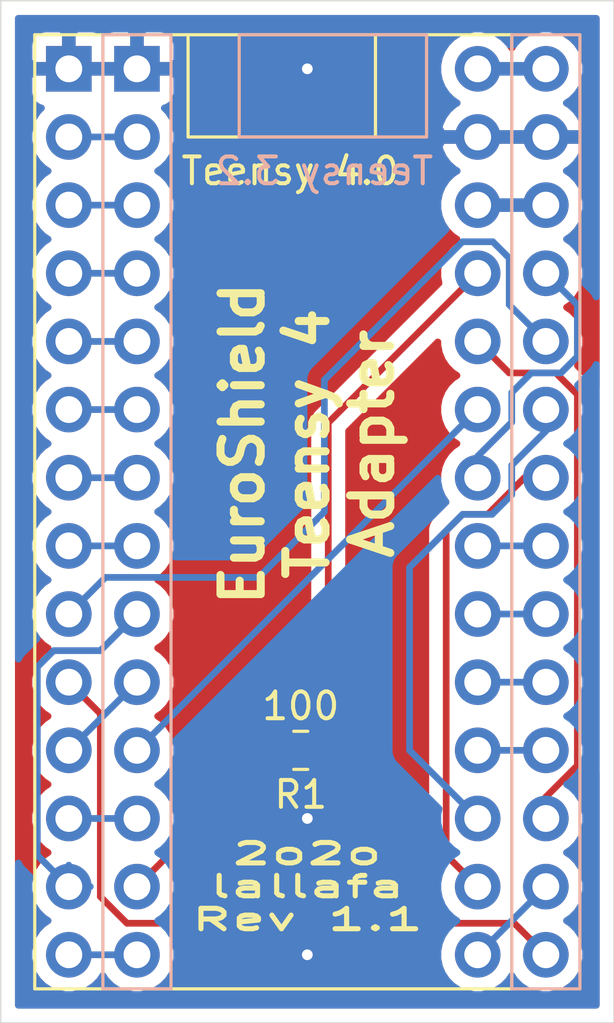
<source format=kicad_pcb>
(kicad_pcb (version 20171130) (host pcbnew "(5.1.5-0-10_14)")

  (general
    (thickness 1.6)
    (drawings 27)
    (tracks 74)
    (zones 0)
    (modules 5)
    (nets 29)
  )

  (page A4)
  (layers
    (0 F.Cu signal)
    (31 B.Cu signal)
    (32 B.Adhes user)
    (33 F.Adhes user)
    (34 B.Paste user)
    (35 F.Paste user)
    (36 B.SilkS user)
    (37 F.SilkS user)
    (38 B.Mask user)
    (39 F.Mask user)
    (40 Dwgs.User user)
    (41 Cmts.User user)
    (42 Eco1.User user)
    (43 Eco2.User user)
    (44 Edge.Cuts user)
    (45 Margin user)
    (46 B.CrtYd user hide)
    (47 F.CrtYd user hide)
    (48 B.Fab user hide)
    (49 F.Fab user hide)
  )

  (setup
    (last_trace_width 0.25)
    (trace_clearance 0.2)
    (zone_clearance 0.508)
    (zone_45_only no)
    (trace_min 0.2)
    (via_size 0.8)
    (via_drill 0.4)
    (via_min_size 0.4)
    (via_min_drill 0.3)
    (uvia_size 0.3)
    (uvia_drill 0.1)
    (uvias_allowed no)
    (uvia_min_size 0.2)
    (uvia_min_drill 0.1)
    (edge_width 0.05)
    (segment_width 0.2)
    (pcb_text_width 0.3)
    (pcb_text_size 1.5 1.5)
    (mod_edge_width 0.12)
    (mod_text_size 1 1)
    (mod_text_width 0.15)
    (pad_size 1.15 1.4)
    (pad_drill 0)
    (pad_to_mask_clearance 0.051)
    (solder_mask_min_width 0.25)
    (aux_axis_origin 0 0)
    (visible_elements FFFFFF7F)
    (pcbplotparams
      (layerselection 0x010fc_ffffffff)
      (usegerberextensions false)
      (usegerberattributes false)
      (usegerberadvancedattributes false)
      (creategerberjobfile false)
      (excludeedgelayer true)
      (linewidth 0.100000)
      (plotframeref false)
      (viasonmask false)
      (mode 1)
      (useauxorigin false)
      (hpglpennumber 1)
      (hpglpenspeed 20)
      (hpglpendiameter 15.000000)
      (psnegative false)
      (psa4output false)
      (plotreference true)
      (plotvalue true)
      (plotinvisibletext false)
      (padsonsilk false)
      (subtractmaskfromsilk false)
      (outputformat 1)
      (mirror false)
      (drillshape 0)
      (scaleselection 1)
      (outputdirectory "gerber/"))
  )

  (net 0 "")
  (net 1 /MISO)
  (net 2 /MCLK)
  (net 3 /CS)
  (net 4 /BCLK)
  (net 5 /DSP_RST)
  (net 6 /MOSI)
  (net 7 /LED4)
  (net 8 /LED3)
  (net 9 /LED2)
  (net 10 /LED1)
  (net 11 /BUTTON)
  (net 12 /MIDI_OUT)
  (net 13 /MIDI_IN)
  (net 14 /DOUT)
  (net 15 /SCK)
  (net 16 /DSP_C_S)
  (net 17 /ENC_B)
  (net 18 /ENC_A)
  (net 19 /SDA)
  (net 20 /SCL)
  (net 21 /UP_POT)
  (net 22 /LO_POT)
  (net 23 /DIN)
  (net 24 /LRCLK)
  (net 25 /3.3V)
  (net 26 /VIN)
  (net 27 GND)
  (net 28 "Net-(J4-Pad4)")

  (net_class Default "Dies ist die voreingestellte Netzklasse."
    (clearance 0.2)
    (trace_width 0.25)
    (via_dia 0.8)
    (via_drill 0.4)
    (uvia_dia 0.3)
    (uvia_drill 0.1)
    (add_net /3.3V)
    (add_net /BCLK)
    (add_net /BUTTON)
    (add_net /CS)
    (add_net /DIN)
    (add_net /DOUT)
    (add_net /DSP_C_S)
    (add_net /DSP_RST)
    (add_net /ENC_A)
    (add_net /ENC_B)
    (add_net /LED1)
    (add_net /LED2)
    (add_net /LED3)
    (add_net /LED4)
    (add_net /LO_POT)
    (add_net /LRCLK)
    (add_net /MCLK)
    (add_net /MIDI_IN)
    (add_net /MIDI_OUT)
    (add_net /MISO)
    (add_net /MOSI)
    (add_net /SCK)
    (add_net /SCL)
    (add_net /SDA)
    (add_net /UP_POT)
    (add_net /VIN)
    (add_net GND)
    (add_net "Net-(J4-Pad4)")
  )

  (module Resistor_SMD:R_0805_2012Metric_Pad1.15x1.40mm_HandSolder (layer F.Cu) (tedit 5F5E68B8) (tstamp 5F6549AE)
    (at 140.725 96.52 180)
    (descr "Resistor SMD 0805 (2012 Metric), square (rectangular) end terminal, IPC_7351 nominal with elongated pad for handsoldering. (Body size source: https://docs.google.com/spreadsheets/d/1BsfQQcO9C6DZCsRaXUlFlo91Tg2WpOkGARC1WS5S8t0/edit?usp=sharing), generated with kicad-footprint-generator")
    (tags "resistor handsolder")
    (path /5F63A646)
    (attr smd)
    (fp_text reference R1 (at 0 -1.65) (layer F.SilkS)
      (effects (font (size 1 1) (thickness 0.15)))
    )
    (fp_text value 100 (at 0 1.65) (layer F.SilkS)
      (effects (font (size 1 1) (thickness 0.15)))
    )
    (fp_text user %R (at 0 0) (layer F.Fab)
      (effects (font (size 0.5 0.5) (thickness 0.08)))
    )
    (fp_line (start 1.85 0.95) (end -1.85 0.95) (layer F.CrtYd) (width 0.05))
    (fp_line (start 1.85 -0.95) (end 1.85 0.95) (layer F.CrtYd) (width 0.05))
    (fp_line (start -1.85 -0.95) (end 1.85 -0.95) (layer F.CrtYd) (width 0.05))
    (fp_line (start -1.85 0.95) (end -1.85 -0.95) (layer F.CrtYd) (width 0.05))
    (fp_line (start -0.261252 0.71) (end 0.261252 0.71) (layer F.SilkS) (width 0.12))
    (fp_line (start -0.261252 -0.71) (end 0.261252 -0.71) (layer F.SilkS) (width 0.12))
    (fp_line (start 1 0.6) (end -1 0.6) (layer F.Fab) (width 0.1))
    (fp_line (start 1 -0.6) (end 1 0.6) (layer F.Fab) (width 0.1))
    (fp_line (start -1 -0.6) (end 1 -0.6) (layer F.Fab) (width 0.1))
    (fp_line (start -1 0.6) (end -1 -0.6) (layer F.Fab) (width 0.1))
    (pad 2 smd roundrect (at 1.025 0 180) (size 1.15 1.4) (layers F.Cu F.Paste F.Mask) (roundrect_rratio 0.217391)
      (net 2 /MCLK))
    (pad 1 smd roundrect (at -1.025 0 180) (size 1.15 1.4) (layers F.Cu F.Paste F.Mask) (roundrect_rratio 0.217)
      (net 28 "Net-(J4-Pad4)"))
    (model ${KISYS3DMOD}/Resistor_SMD.3dshapes/R_0805_2012Metric.wrl
      (at (xyz 0 0 0))
      (scale (xyz 1 1 1))
      (rotate (xyz 0 0 0))
    )
  )

  (module Connector_PinHeader_2.54mm:PinHeader_1x14_P2.54mm_Vertical_NoSilk_NoPin1 (layer F.Cu) (tedit 5F5D18B6) (tstamp 5F5F7A6B)
    (at 149.86 71.12)
    (descr "Through hole straight pin header, 1x14, 2.54mm pitch, single row")
    (tags "Through hole pin header THT 1x14 2.54mm single row")
    (path /5F601FF7)
    (fp_text reference J2 (at 0 -2.33) (layer F.SilkS) hide
      (effects (font (size 1 1) (thickness 0.15)))
    )
    (fp_text value T3_Right (at 0 35.35) (layer F.Fab)
      (effects (font (size 1 1) (thickness 0.15)))
    )
    (fp_text user %R (at 0 16.51 90) (layer F.Fab)
      (effects (font (size 1 1) (thickness 0.15)))
    )
    (fp_line (start 1.8 -1.8) (end -1.8 -1.8) (layer F.CrtYd) (width 0.05))
    (fp_line (start 1.8 34.8) (end 1.8 -1.8) (layer F.CrtYd) (width 0.05))
    (fp_line (start -1.8 34.8) (end 1.8 34.8) (layer F.CrtYd) (width 0.05))
    (fp_line (start -1.8 -1.8) (end -1.8 34.8) (layer F.CrtYd) (width 0.05))
    (fp_line (start -1.27 -0.635) (end -0.635 -1.27) (layer F.Fab) (width 0.1))
    (fp_line (start -1.27 34.29) (end -1.27 -0.635) (layer F.Fab) (width 0.1))
    (fp_line (start 1.27 34.29) (end -1.27 34.29) (layer F.Fab) (width 0.1))
    (fp_line (start 1.27 -1.27) (end 1.27 34.29) (layer F.Fab) (width 0.1))
    (fp_line (start -0.635 -1.27) (end 1.27 -1.27) (layer F.Fab) (width 0.1))
    (pad 14 thru_hole oval (at 0 33.02) (size 1.7 1.7) (drill 1) (layers *.Cu *.Mask)
      (net 14 /DOUT))
    (pad 13 thru_hole oval (at 0 30.48) (size 1.7 1.7) (drill 1) (layers *.Cu *.Mask)
      (net 15 /SCK))
    (pad 12 thru_hole oval (at 0 27.94) (size 1.7 1.7) (drill 1) (layers *.Cu *.Mask)
      (net 16 /DSP_C_S))
    (pad 11 thru_hole oval (at 0 25.4) (size 1.7 1.7) (drill 1) (layers *.Cu *.Mask)
      (net 17 /ENC_B))
    (pad 10 thru_hole oval (at 0 22.86) (size 1.7 1.7) (drill 1) (layers *.Cu *.Mask)
      (net 18 /ENC_A))
    (pad 9 thru_hole oval (at 0 20.32) (size 1.7 1.7) (drill 1) (layers *.Cu *.Mask)
      (net 19 /SDA))
    (pad 8 thru_hole oval (at 0 17.78) (size 1.7 1.7) (drill 1) (layers *.Cu *.Mask)
      (net 20 /SCL))
    (pad 7 thru_hole oval (at 0 15.24) (size 1.7 1.7) (drill 1) (layers *.Cu *.Mask)
      (net 21 /UP_POT))
    (pad 6 thru_hole oval (at 0 12.7) (size 1.7 1.7) (drill 1) (layers *.Cu *.Mask)
      (net 22 /LO_POT))
    (pad 5 thru_hole oval (at 0 10.16) (size 1.7 1.7) (drill 1) (layers *.Cu *.Mask)
      (net 23 /DIN))
    (pad 4 thru_hole oval (at 0 7.62) (size 1.7 1.7) (drill 1) (layers *.Cu *.Mask)
      (net 24 /LRCLK))
    (pad 3 thru_hole oval (at 0 5.08) (size 1.7 1.7) (drill 1) (layers *.Cu *.Mask)
      (net 25 /3.3V))
    (pad 2 thru_hole oval (at 0 2.54) (size 1.7 1.7) (drill 1) (layers *.Cu *.Mask)
      (net 27 GND))
    (pad 1 thru_hole oval (at 0 0) (size 1.7 1.7) (drill 1) (layers *.Cu *.Mask)
      (net 26 /VIN))
    (model ${KISYS3DMOD}/Connector_PinHeader_2.54mm.3dshapes/PinHeader_1x14_P2.54mm_Vertical.wrl
      (at (xyz 0 0 0))
      (scale (xyz 1 1 1))
      (rotate (xyz 0 0 0))
    )
  )

  (module Connector_PinHeader_2.54mm:PinHeader_1x14_P2.54mm_Vertical_NoSilk_NoPin1 (layer F.Cu) (tedit 5F5D18B6) (tstamp 5F6533C1)
    (at 147.32 71.12)
    (descr "Through hole straight pin header, 1x14, 2.54mm pitch, single row")
    (tags "Through hole pin header THT 1x14 2.54mm single row")
    (path /5F609CAC)
    (fp_text reference J4 (at 0 -2.33) (layer F.SilkS) hide
      (effects (font (size 1 1) (thickness 0.15)))
    )
    (fp_text value T4_Right (at 0 35.35) (layer F.Fab)
      (effects (font (size 1 1) (thickness 0.15)))
    )
    (fp_text user %R (at 0 16.51 90) (layer F.Fab)
      (effects (font (size 1 1) (thickness 0.15)))
    )
    (fp_line (start 1.8 -1.8) (end -1.8 -1.8) (layer F.CrtYd) (width 0.05))
    (fp_line (start 1.8 34.8) (end 1.8 -1.8) (layer F.CrtYd) (width 0.05))
    (fp_line (start -1.8 34.8) (end 1.8 34.8) (layer F.CrtYd) (width 0.05))
    (fp_line (start -1.8 -1.8) (end -1.8 34.8) (layer F.CrtYd) (width 0.05))
    (fp_line (start -1.27 -0.635) (end -0.635 -1.27) (layer F.Fab) (width 0.1))
    (fp_line (start -1.27 34.29) (end -1.27 -0.635) (layer F.Fab) (width 0.1))
    (fp_line (start 1.27 34.29) (end -1.27 34.29) (layer F.Fab) (width 0.1))
    (fp_line (start 1.27 -1.27) (end 1.27 34.29) (layer F.Fab) (width 0.1))
    (fp_line (start -0.635 -1.27) (end 1.27 -1.27) (layer F.Fab) (width 0.1))
    (pad 14 thru_hole oval (at 0 33.02) (size 1.7 1.7) (drill 1) (layers *.Cu *.Mask)
      (net 15 /SCK))
    (pad 13 thru_hole oval (at 0 30.48) (size 1.7 1.7) (drill 1) (layers *.Cu *.Mask)
      (net 21 /UP_POT))
    (pad 12 thru_hole oval (at 0 27.94) (size 1.7 1.7) (drill 1) (layers *.Cu *.Mask)
      (net 22 /LO_POT))
    (pad 11 thru_hole oval (at 0 25.4) (size 1.7 1.7) (drill 1) (layers *.Cu *.Mask)
      (net 17 /ENC_B))
    (pad 10 thru_hole oval (at 0 22.86) (size 1.7 1.7) (drill 1) (layers *.Cu *.Mask)
      (net 18 /ENC_A))
    (pad 9 thru_hole oval (at 0 20.32) (size 1.7 1.7) (drill 1) (layers *.Cu *.Mask)
      (net 19 /SDA))
    (pad 8 thru_hole oval (at 0 17.78) (size 1.7 1.7) (drill 1) (layers *.Cu *.Mask)
      (net 20 /SCL))
    (pad 7 thru_hole oval (at 0 15.24) (size 1.7 1.7) (drill 1) (layers *.Cu *.Mask)
      (net 24 /LRCLK))
    (pad 6 thru_hole oval (at 0 12.7) (size 1.7 1.7) (drill 1) (layers *.Cu *.Mask)
      (net 4 /BCLK))
    (pad 5 thru_hole oval (at 0 10.16) (size 1.7 1.7) (drill 1) (layers *.Cu *.Mask)
      (net 16 /DSP_C_S))
    (pad 4 thru_hole oval (at 0 7.62) (size 1.7 1.7) (drill 1) (layers *.Cu *.Mask)
      (net 28 "Net-(J4-Pad4)"))
    (pad 3 thru_hole oval (at 0 5.08) (size 1.7 1.7) (drill 1) (layers *.Cu *.Mask)
      (net 25 /3.3V))
    (pad 2 thru_hole oval (at 0 2.54) (size 1.7 1.7) (drill 1) (layers *.Cu *.Mask)
      (net 27 GND))
    (pad 1 thru_hole oval (at 0 0) (size 1.7 1.7) (drill 1) (layers *.Cu *.Mask)
      (net 26 /VIN))
    (model ${KISYS3DMOD}/Connector_PinHeader_2.54mm.3dshapes/PinHeader_1x14_P2.54mm_Vertical.wrl
      (at (xyz 0 0 0))
      (scale (xyz 1 1 1))
      (rotate (xyz 0 0 0))
    )
  )

  (module Connector_PinHeader_2.54mm:PinHeader_1x14_P2.54mm_Vertical_NoSilk (layer F.Cu) (tedit 5F5D18D8) (tstamp 5F653182)
    (at 132.08 71.12)
    (descr "Through hole straight pin header, 1x14, 2.54mm pitch, single row")
    (tags "Through hole pin header THT 1x14 2.54mm single row")
    (path /5F6073A5)
    (fp_text reference J3 (at 0 -2.33) (layer F.SilkS) hide
      (effects (font (size 1 1) (thickness 0.15)))
    )
    (fp_text value T4_Left (at 0 35.35) (layer F.Fab) hide
      (effects (font (size 1 1) (thickness 0.15)))
    )
    (fp_line (start -0.635 -1.27) (end 1.27 -1.27) (layer F.Fab) (width 0.1))
    (fp_line (start 1.27 -1.27) (end 1.27 34.29) (layer F.Fab) (width 0.1))
    (fp_line (start 1.27 34.29) (end -1.27 34.29) (layer F.Fab) (width 0.1))
    (fp_line (start -1.27 34.29) (end -1.27 -0.635) (layer F.Fab) (width 0.1))
    (fp_line (start -1.27 -0.635) (end -0.635 -1.27) (layer F.Fab) (width 0.1))
    (fp_line (start -1.8 -1.8) (end -1.8 34.8) (layer F.CrtYd) (width 0.05))
    (fp_line (start -1.8 34.8) (end 1.8 34.8) (layer F.CrtYd) (width 0.05))
    (fp_line (start 1.8 34.8) (end 1.8 -1.8) (layer F.CrtYd) (width 0.05))
    (fp_line (start 1.8 -1.8) (end -1.8 -1.8) (layer F.CrtYd) (width 0.05))
    (fp_text user %R (at 0 16.51 90) (layer F.Fab)
      (effects (font (size 1 1) (thickness 0.15)))
    )
    (pad 1 thru_hole rect (at 0 0) (size 1.7 1.7) (drill 1) (layers *.Cu *.Mask)
      (net 27 GND))
    (pad 2 thru_hole oval (at 0 2.54) (size 1.7 1.7) (drill 1) (layers *.Cu *.Mask)
      (net 13 /MIDI_IN))
    (pad 3 thru_hole oval (at 0 5.08) (size 1.7 1.7) (drill 1) (layers *.Cu *.Mask)
      (net 12 /MIDI_OUT))
    (pad 4 thru_hole oval (at 0 7.62) (size 1.7 1.7) (drill 1) (layers *.Cu *.Mask)
      (net 11 /BUTTON))
    (pad 5 thru_hole oval (at 0 10.16) (size 1.7 1.7) (drill 1) (layers *.Cu *.Mask)
      (net 10 /LED1))
    (pad 6 thru_hole oval (at 0 12.7) (size 1.7 1.7) (drill 1) (layers *.Cu *.Mask)
      (net 9 /LED2))
    (pad 7 thru_hole oval (at 0 15.24) (size 1.7 1.7) (drill 1) (layers *.Cu *.Mask)
      (net 8 /LED3))
    (pad 8 thru_hole oval (at 0 17.78) (size 1.7 1.7) (drill 1) (layers *.Cu *.Mask)
      (net 7 /LED4))
    (pad 9 thru_hole oval (at 0 20.32) (size 1.7 1.7) (drill 1) (layers *.Cu *.Mask)
      (net 23 /DIN))
    (pad 10 thru_hole oval (at 0 22.86) (size 1.7 1.7) (drill 1) (layers *.Cu *.Mask)
      (net 14 /DOUT))
    (pad 11 thru_hole oval (at 0 25.4) (size 1.7 1.7) (drill 1) (layers *.Cu *.Mask)
      (net 5 /DSP_RST))
    (pad 12 thru_hole oval (at 0 27.94) (size 1.7 1.7) (drill 1) (layers *.Cu *.Mask)
      (net 3 /CS))
    (pad 13 thru_hole oval (at 0 30.48) (size 1.7 1.7) (drill 1) (layers *.Cu *.Mask)
      (net 6 /MOSI))
    (pad 14 thru_hole oval (at 0 33.02) (size 1.7 1.7) (drill 1) (layers *.Cu *.Mask)
      (net 1 /MISO))
    (model ${KISYS3DMOD}/Connector_PinHeader_2.54mm.3dshapes/PinHeader_1x14_P2.54mm_Vertical.wrl
      (at (xyz 0 0 0))
      (scale (xyz 1 1 1))
      (rotate (xyz 0 0 0))
    )
  )

  (module Connector_PinHeader_2.54mm:PinHeader_1x14_P2.54mm_Vertical_NoSilk (layer F.Cu) (tedit 5F5D18D8) (tstamp 5F5F7A49)
    (at 134.62 71.12)
    (descr "Through hole straight pin header, 1x14, 2.54mm pitch, single row")
    (tags "Through hole pin header THT 1x14 2.54mm single row")
    (path /5F5FF9D8)
    (fp_text reference J1 (at 0 -2.33) (layer F.SilkS) hide
      (effects (font (size 1 1) (thickness 0.15)))
    )
    (fp_text value T3_Left (at 0 35.35) (layer F.Fab) hide
      (effects (font (size 1 1) (thickness 0.15)))
    )
    (fp_line (start -0.635 -1.27) (end 1.27 -1.27) (layer F.Fab) (width 0.1))
    (fp_line (start 1.27 -1.27) (end 1.27 34.29) (layer F.Fab) (width 0.1))
    (fp_line (start 1.27 34.29) (end -1.27 34.29) (layer F.Fab) (width 0.1))
    (fp_line (start -1.27 34.29) (end -1.27 -0.635) (layer F.Fab) (width 0.1))
    (fp_line (start -1.27 -0.635) (end -0.635 -1.27) (layer F.Fab) (width 0.1))
    (fp_line (start -1.8 -1.8) (end -1.8 34.8) (layer F.CrtYd) (width 0.05))
    (fp_line (start -1.8 34.8) (end 1.8 34.8) (layer F.CrtYd) (width 0.05))
    (fp_line (start 1.8 34.8) (end 1.8 -1.8) (layer F.CrtYd) (width 0.05))
    (fp_line (start 1.8 -1.8) (end -1.8 -1.8) (layer F.CrtYd) (width 0.05))
    (fp_text user %R (at 0 16.51 90) (layer F.Fab)
      (effects (font (size 1 1) (thickness 0.15)))
    )
    (pad 1 thru_hole rect (at 0 0) (size 1.7 1.7) (drill 1) (layers *.Cu *.Mask)
      (net 27 GND))
    (pad 2 thru_hole oval (at 0 2.54) (size 1.7 1.7) (drill 1) (layers *.Cu *.Mask)
      (net 13 /MIDI_IN))
    (pad 3 thru_hole oval (at 0 5.08) (size 1.7 1.7) (drill 1) (layers *.Cu *.Mask)
      (net 12 /MIDI_OUT))
    (pad 4 thru_hole oval (at 0 7.62) (size 1.7 1.7) (drill 1) (layers *.Cu *.Mask)
      (net 11 /BUTTON))
    (pad 5 thru_hole oval (at 0 10.16) (size 1.7 1.7) (drill 1) (layers *.Cu *.Mask)
      (net 10 /LED1))
    (pad 6 thru_hole oval (at 0 12.7) (size 1.7 1.7) (drill 1) (layers *.Cu *.Mask)
      (net 9 /LED2))
    (pad 7 thru_hole oval (at 0 15.24) (size 1.7 1.7) (drill 1) (layers *.Cu *.Mask)
      (net 8 /LED3))
    (pad 8 thru_hole oval (at 0 17.78) (size 1.7 1.7) (drill 1) (layers *.Cu *.Mask)
      (net 7 /LED4))
    (pad 9 thru_hole oval (at 0 20.32) (size 1.7 1.7) (drill 1) (layers *.Cu *.Mask)
      (net 6 /MOSI))
    (pad 10 thru_hole oval (at 0 22.86) (size 1.7 1.7) (drill 1) (layers *.Cu *.Mask)
      (net 5 /DSP_RST))
    (pad 11 thru_hole oval (at 0 25.4) (size 1.7 1.7) (drill 1) (layers *.Cu *.Mask)
      (net 4 /BCLK))
    (pad 12 thru_hole oval (at 0 27.94) (size 1.7 1.7) (drill 1) (layers *.Cu *.Mask)
      (net 3 /CS))
    (pad 13 thru_hole oval (at 0 30.48) (size 1.7 1.7) (drill 1) (layers *.Cu *.Mask)
      (net 2 /MCLK))
    (pad 14 thru_hole oval (at 0 33.02) (size 1.7 1.7) (drill 1) (layers *.Cu *.Mask)
      (net 1 /MISO))
    (model ${KISYS3DMOD}/Connector_PinHeader_2.54mm.3dshapes/PinHeader_1x14_P2.54mm_Vertical.wrl
      (at (xyz 0 0 0))
      (scale (xyz 1 1 1))
      (rotate (xyz 0 0 0))
    )
  )

  (gr_text "2o2o\nlallafa\nRev 1.1" (at 140.97 101.6) (layer F.SilkS)
    (effects (font (size 0.762 1.5) (thickness 0.1905)))
  )
  (gr_text "EuroShield\nTeensy 4\nAdapter" (at 140.97 85.09 90) (layer F.SilkS)
    (effects (font (size 1.5 1.5) (thickness 0.3)))
  )
  (gr_text "Teensy 3.2" (at 141.605 74.93) (layer B.SilkS)
    (effects (font (size 1 1) (thickness 0.15)) (justify mirror))
  )
  (gr_line (start 145.415 69.85) (end 138.43 69.85) (layer B.SilkS) (width 0.12) (tstamp 5F6541DA))
  (gr_line (start 145.415 73.66) (end 145.415 69.85) (layer B.SilkS) (width 0.12))
  (gr_line (start 138.43 73.66) (end 145.415 73.66) (layer B.SilkS) (width 0.12))
  (gr_line (start 138.43 69.85) (end 138.43 73.66) (layer B.SilkS) (width 0.12))
  (gr_line (start 148.59 105.41) (end 148.59 69.85) (layer B.SilkS) (width 0.12) (tstamp 5F6541D9))
  (gr_line (start 151.13 105.41) (end 148.59 105.41) (layer B.SilkS) (width 0.12))
  (gr_line (start 151.13 69.85) (end 151.13 105.41) (layer B.SilkS) (width 0.12))
  (gr_line (start 148.59 69.85) (end 151.13 69.85) (layer B.SilkS) (width 0.12))
  (gr_line (start 133.35 105.41) (end 133.35 69.85) (layer B.SilkS) (width 0.12) (tstamp 5F6541D8))
  (gr_line (start 135.89 105.41) (end 133.35 105.41) (layer B.SilkS) (width 0.12))
  (gr_line (start 135.89 69.85) (end 135.89 105.41) (layer B.SilkS) (width 0.12))
  (gr_line (start 133.35 69.85) (end 135.89 69.85) (layer B.SilkS) (width 0.12))
  (gr_text "Teensy 4.0\n" (at 140.335 74.93) (layer F.SilkS)
    (effects (font (size 1 1) (thickness 0.15)))
  )
  (gr_line (start 143.51 73.66) (end 143.51 69.85) (layer F.SilkS) (width 0.12))
  (gr_line (start 136.525 73.66) (end 143.51 73.66) (layer F.SilkS) (width 0.12))
  (gr_line (start 136.525 69.85) (end 136.525 73.66) (layer F.SilkS) (width 0.12))
  (gr_line (start 130.81 105.41) (end 130.81 69.85) (layer F.SilkS) (width 0.12) (tstamp 5F65406F))
  (gr_line (start 148.59 105.41) (end 130.81 105.41) (layer F.SilkS) (width 0.12))
  (gr_line (start 148.59 69.85) (end 148.59 105.41) (layer F.SilkS) (width 0.12))
  (gr_line (start 130.81 69.85) (end 148.59 69.85) (layer F.SilkS) (width 0.12) (tstamp 5F653CD7))
  (gr_line (start 129.54 106.68) (end 129.54 68.58) (angle 90) (layer Edge.Cuts) (width 0.05))
  (gr_line (start 152.4 106.68) (end 129.54 106.68) (angle 90) (layer Edge.Cuts) (width 0.05))
  (gr_line (start 152.4 68.58) (end 152.4 106.68) (angle 90) (layer Edge.Cuts) (width 0.05))
  (gr_line (start 129.54 68.58) (end 152.4 68.58) (angle 90) (layer Edge.Cuts) (width 0.05))

  (segment (start 132.08 104.14) (end 134.62 104.14) (width 0.25) (layer B.Cu) (net 1) (status 30))
  (segment (start 134.62 101.6) (end 139.7 96.52) (width 0.25) (layer F.Cu) (net 2))
  (segment (start 132.08 99.06) (end 134.62 99.06) (width 0.25) (layer B.Cu) (net 3) (status 30))
  (segment (start 134.62 96.52) (end 147.32 83.82) (width 0.25) (layer B.Cu) (net 4))
  (segment (start 132.08 96.52) (end 134.62 93.98) (width 0.25) (layer B.Cu) (net 5) (status 30))
  (segment (start 132.08 101.6) (end 132.08 100.799002) (width 0.25) (layer B.Cu) (net 6) (status 30))
  (segment (start 132.08 101.6) (end 132.880998 101.6) (width 0.25) (layer B.Cu) (net 6) (status 30))
  (segment (start 131.230001 100.750001) (end 132.08 101.6) (width 0.25) (layer B.Cu) (net 6))
  (segment (start 130.904999 100.424999) (end 131.230001 100.750001) (width 0.25) (layer B.Cu) (net 6))
  (segment (start 131.515999 92.804999) (end 130.904999 93.415999) (width 0.25) (layer B.Cu) (net 6))
  (segment (start 130.904999 93.415999) (end 130.904999 100.424999) (width 0.25) (layer B.Cu) (net 6))
  (segment (start 133.255001 92.804999) (end 131.515999 92.804999) (width 0.25) (layer B.Cu) (net 6))
  (segment (start 134.62 91.44) (end 133.255001 92.804999) (width 0.25) (layer B.Cu) (net 6))
  (segment (start 132.08 88.9) (end 134.62 88.9) (width 0.25) (layer B.Cu) (net 7) (status 30))
  (segment (start 132.08 86.36) (end 134.62 86.36) (width 0.25) (layer B.Cu) (net 8) (status 30))
  (segment (start 132.08 83.82) (end 134.62 83.82) (width 0.25) (layer B.Cu) (net 9) (status 30))
  (segment (start 132.08 81.28) (end 134.62 81.28) (width 0.25) (layer B.Cu) (net 10) (status 30))
  (segment (start 132.08 78.74) (end 134.62 78.74) (width 0.25) (layer B.Cu) (net 11) (status 30))
  (segment (start 132.08 76.2) (end 134.62 76.2) (width 0.25) (layer B.Cu) (net 12) (status 30))
  (segment (start 132.08 73.66) (end 134.62 73.66) (width 0.25) (layer B.Cu) (net 13) (status 30))
  (segment (start 148.684999 102.964999) (end 134.245997 102.964999) (width 0.25) (layer F.Cu) (net 14))
  (segment (start 134.245997 102.964999) (end 133.255001 101.974003) (width 0.25) (layer F.Cu) (net 14))
  (segment (start 133.255001 95.155001) (end 132.08 93.98) (width 0.25) (layer F.Cu) (net 14) (status 20))
  (segment (start 133.255001 101.974003) (end 133.255001 95.155001) (width 0.25) (layer F.Cu) (net 14))
  (segment (start 149.86 104.14) (end 148.684999 102.964999) (width 0.25) (layer F.Cu) (net 14) (status 10))
  (segment (start 149.86 101.6) (end 147.32 104.14) (width 0.25) (layer B.Cu) (net 15) (status 30))
  (segment (start 148.495001 82.455001) (end 147.32 81.28) (width 0.25) (layer F.Cu) (net 16) (status 20))
  (segment (start 150.234003 82.455001) (end 148.495001 82.455001) (width 0.25) (layer F.Cu) (net 16))
  (segment (start 151.035001 83.255999) (end 150.234003 82.455001) (width 0.25) (layer F.Cu) (net 16))
  (segment (start 151.035001 97.084001) (end 151.035001 83.255999) (width 0.25) (layer F.Cu) (net 16))
  (segment (start 149.86 98.259002) (end 151.035001 97.084001) (width 0.25) (layer F.Cu) (net 16) (status 10))
  (segment (start 149.86 99.06) (end 149.86 98.259002) (width 0.25) (layer F.Cu) (net 16) (status 30))
  (segment (start 147.32 96.52) (end 149.86 96.52) (width 0.25) (layer B.Cu) (net 17) (status 30))
  (segment (start 147.32 93.98) (end 149.86 93.98) (width 0.25) (layer B.Cu) (net 18) (status 30))
  (segment (start 147.32 91.44) (end 149.86 91.44) (width 0.25) (layer B.Cu) (net 19) (status 30))
  (segment (start 147.32 88.9) (end 149.86 88.9) (width 0.25) (layer B.Cu) (net 20) (status 30))
  (segment (start 146.144999 100.424999) (end 147.32 101.6) (width 0.25) (layer F.Cu) (net 21) (status 20))
  (segment (start 146.144999 88.335999) (end 146.144999 100.424999) (width 0.25) (layer F.Cu) (net 21))
  (segment (start 146.755999 87.724999) (end 146.144999 88.335999) (width 0.25) (layer F.Cu) (net 21))
  (segment (start 147.694003 87.724999) (end 146.755999 87.724999) (width 0.25) (layer F.Cu) (net 21))
  (segment (start 149.059002 86.36) (end 147.694003 87.724999) (width 0.25) (layer F.Cu) (net 21) (status 10))
  (segment (start 149.86 86.36) (end 149.059002 86.36) (width 0.25) (layer F.Cu) (net 21) (status 30))
  (segment (start 146.755999 87.724999) (end 144.78 89.700998) (width 0.25) (layer B.Cu) (net 22))
  (segment (start 148.59 85.890998) (end 148.59 86.995) (width 0.25) (layer B.Cu) (net 22))
  (segment (start 148.59 86.995) (end 147.860001 87.724999) (width 0.25) (layer B.Cu) (net 22))
  (segment (start 149.86 84.620998) (end 148.59 85.890998) (width 0.25) (layer B.Cu) (net 22) (status 10))
  (segment (start 147.860001 87.724999) (end 146.755999 87.724999) (width 0.25) (layer B.Cu) (net 22))
  (segment (start 149.86 83.82) (end 149.86 84.620998) (width 0.25) (layer B.Cu) (net 22) (status 30))
  (segment (start 144.78 96.52) (end 147.32 99.06) (width 0.25) (layer B.Cu) (net 22) (status 20))
  (segment (start 144.78 89.700998) (end 144.78 96.52) (width 0.25) (layer B.Cu) (net 22))
  (segment (start 139.159999 90.075001) (end 133.444999 90.075001) (width 0.25) (layer B.Cu) (net 23))
  (segment (start 133.444999 90.075001) (end 132.08 91.44) (width 0.25) (layer B.Cu) (net 23) (status 20))
  (segment (start 141.605 87.63) (end 139.159999 90.075001) (width 0.25) (layer B.Cu) (net 23))
  (segment (start 141.605 82.715998) (end 141.605 87.63) (width 0.25) (layer B.Cu) (net 23))
  (segment (start 146.755999 77.564999) (end 141.605 82.715998) (width 0.25) (layer B.Cu) (net 23))
  (segment (start 147.884001 77.564999) (end 146.755999 77.564999) (width 0.25) (layer B.Cu) (net 23))
  (segment (start 148.495001 78.175999) (end 147.884001 77.564999) (width 0.25) (layer B.Cu) (net 23))
  (segment (start 148.495001 79.915001) (end 148.495001 78.175999) (width 0.25) (layer B.Cu) (net 23))
  (segment (start 149.86 81.28) (end 148.495001 79.915001) (width 0.25) (layer B.Cu) (net 23) (status 10))
  (segment (start 151.035001 79.915001) (end 149.86 78.74) (width 0.25) (layer B.Cu) (net 24) (status 20))
  (segment (start 151.035001 81.844001) (end 151.035001 79.915001) (width 0.25) (layer B.Cu) (net 24))
  (segment (start 149.319999 82.455001) (end 150.424001 82.455001) (width 0.25) (layer B.Cu) (net 24))
  (segment (start 148.59 83.185) (end 149.319999 82.455001) (width 0.25) (layer B.Cu) (net 24))
  (segment (start 148.59 84.289002) (end 148.59 83.185) (width 0.25) (layer B.Cu) (net 24))
  (segment (start 147.32 85.559002) (end 148.59 84.289002) (width 0.25) (layer B.Cu) (net 24) (status 10))
  (segment (start 150.424001 82.455001) (end 151.035001 81.844001) (width 0.25) (layer B.Cu) (net 24))
  (segment (start 147.32 86.36) (end 147.32 85.559002) (width 0.25) (layer B.Cu) (net 24) (status 30))
  (segment (start 147.32 76.2) (end 149.86 76.2) (width 0.508) (layer B.Cu) (net 25) (status 30))
  (segment (start 147.32 71.12) (end 149.86 71.12) (width 0.508) (layer B.Cu) (net 26) (status 30))
  (via (at 140.97 71.12) (size 0.8) (drill 0.4) (layers F.Cu B.Cu) (net 27))
  (via (at 140.97 104.14) (size 0.8) (drill 0.4) (layers F.Cu B.Cu) (net 27))
  (via (at 140.97 99.06) (size 0.8) (drill 0.4) (layers F.Cu B.Cu) (net 27))
  (segment (start 141.75 84.31) (end 141.75 96.52) (width 0.25) (layer F.Cu) (net 28))
  (segment (start 147.32 78.74) (end 141.75 84.31) (width 0.25) (layer F.Cu) (net 28))

  (zone (net 27) (net_name GND) (layer B.Cu) (tstamp 5F6541FC) (hatch edge 0.508)
    (connect_pads (clearance 0.508))
    (min_thickness 0.254)
    (fill yes (arc_segments 32) (thermal_gap 0.508) (thermal_bridge_width 0.508))
    (polygon
      (pts
        (xy 152.4 106.68) (xy 129.54 106.68) (xy 129.54 68.58) (xy 152.4 68.58)
      )
    )
    (filled_polygon
      (pts
        (xy 151.740001 106.02) (xy 130.2 106.02) (xy 130.2 100.718268) (xy 130.270025 100.849275) (xy 130.3412 100.936001)
        (xy 130.364999 100.965) (xy 130.393997 100.988798) (xy 130.638791 101.233592) (xy 130.595 101.45374) (xy 130.595 101.74626)
        (xy 130.652068 102.033158) (xy 130.76401 102.303411) (xy 130.926525 102.546632) (xy 131.133368 102.753475) (xy 131.30776 102.87)
        (xy 131.133368 102.986525) (xy 130.926525 103.193368) (xy 130.76401 103.436589) (xy 130.652068 103.706842) (xy 130.595 103.99374)
        (xy 130.595 104.28626) (xy 130.652068 104.573158) (xy 130.76401 104.843411) (xy 130.926525 105.086632) (xy 131.133368 105.293475)
        (xy 131.376589 105.45599) (xy 131.646842 105.567932) (xy 131.93374 105.625) (xy 132.22626 105.625) (xy 132.513158 105.567932)
        (xy 132.783411 105.45599) (xy 133.026632 105.293475) (xy 133.233475 105.086632) (xy 133.35 104.91224) (xy 133.466525 105.086632)
        (xy 133.673368 105.293475) (xy 133.916589 105.45599) (xy 134.186842 105.567932) (xy 134.47374 105.625) (xy 134.76626 105.625)
        (xy 135.053158 105.567932) (xy 135.323411 105.45599) (xy 135.566632 105.293475) (xy 135.773475 105.086632) (xy 135.93599 104.843411)
        (xy 136.047932 104.573158) (xy 136.105 104.28626) (xy 136.105 103.99374) (xy 136.047932 103.706842) (xy 135.93599 103.436589)
        (xy 135.773475 103.193368) (xy 135.566632 102.986525) (xy 135.39224 102.87) (xy 135.566632 102.753475) (xy 135.773475 102.546632)
        (xy 135.93599 102.303411) (xy 136.047932 102.033158) (xy 136.105 101.74626) (xy 136.105 101.45374) (xy 136.047932 101.166842)
        (xy 135.93599 100.896589) (xy 135.773475 100.653368) (xy 135.566632 100.446525) (xy 135.39224 100.33) (xy 135.566632 100.213475)
        (xy 135.773475 100.006632) (xy 135.93599 99.763411) (xy 136.047932 99.493158) (xy 136.105 99.20626) (xy 136.105 98.91374)
        (xy 136.047932 98.626842) (xy 135.93599 98.356589) (xy 135.773475 98.113368) (xy 135.566632 97.906525) (xy 135.39224 97.79)
        (xy 135.566632 97.673475) (xy 135.773475 97.466632) (xy 135.93599 97.223411) (xy 136.047932 96.953158) (xy 136.105 96.66626)
        (xy 136.105 96.37374) (xy 136.061209 96.153592) (xy 145.835 86.379802) (xy 145.835 86.50626) (xy 145.892068 86.793158)
        (xy 146.00401 87.063411) (xy 146.139704 87.266492) (xy 144.269003 89.137194) (xy 144.239999 89.160997) (xy 144.184871 89.228172)
        (xy 144.145026 89.276722) (xy 144.118687 89.325999) (xy 144.074454 89.408752) (xy 144.030997 89.552013) (xy 144.02 89.663666)
        (xy 144.02 89.663676) (xy 144.016324 89.700998) (xy 144.02 89.738321) (xy 144.020001 96.482668) (xy 144.016324 96.52)
        (xy 144.030998 96.668985) (xy 144.074454 96.812246) (xy 144.145026 96.944276) (xy 144.216201 97.031002) (xy 144.24 97.060001)
        (xy 144.268998 97.083799) (xy 145.87879 98.693593) (xy 145.835 98.91374) (xy 145.835 99.20626) (xy 145.892068 99.493158)
        (xy 146.00401 99.763411) (xy 146.166525 100.006632) (xy 146.373368 100.213475) (xy 146.54776 100.33) (xy 146.373368 100.446525)
        (xy 146.166525 100.653368) (xy 146.00401 100.896589) (xy 145.892068 101.166842) (xy 145.835 101.45374) (xy 145.835 101.74626)
        (xy 145.892068 102.033158) (xy 146.00401 102.303411) (xy 146.166525 102.546632) (xy 146.373368 102.753475) (xy 146.54776 102.87)
        (xy 146.373368 102.986525) (xy 146.166525 103.193368) (xy 146.00401 103.436589) (xy 145.892068 103.706842) (xy 145.835 103.99374)
        (xy 145.835 104.28626) (xy 145.892068 104.573158) (xy 146.00401 104.843411) (xy 146.166525 105.086632) (xy 146.373368 105.293475)
        (xy 146.616589 105.45599) (xy 146.886842 105.567932) (xy 147.17374 105.625) (xy 147.46626 105.625) (xy 147.753158 105.567932)
        (xy 148.023411 105.45599) (xy 148.266632 105.293475) (xy 148.473475 105.086632) (xy 148.59 104.91224) (xy 148.706525 105.086632)
        (xy 148.913368 105.293475) (xy 149.156589 105.45599) (xy 149.426842 105.567932) (xy 149.71374 105.625) (xy 150.00626 105.625)
        (xy 150.293158 105.567932) (xy 150.563411 105.45599) (xy 150.806632 105.293475) (xy 151.013475 105.086632) (xy 151.17599 104.843411)
        (xy 151.287932 104.573158) (xy 151.345 104.28626) (xy 151.345 103.99374) (xy 151.287932 103.706842) (xy 151.17599 103.436589)
        (xy 151.013475 103.193368) (xy 150.806632 102.986525) (xy 150.63224 102.87) (xy 150.806632 102.753475) (xy 151.013475 102.546632)
        (xy 151.17599 102.303411) (xy 151.287932 102.033158) (xy 151.345 101.74626) (xy 151.345 101.45374) (xy 151.287932 101.166842)
        (xy 151.17599 100.896589) (xy 151.013475 100.653368) (xy 150.806632 100.446525) (xy 150.63224 100.33) (xy 150.806632 100.213475)
        (xy 151.013475 100.006632) (xy 151.17599 99.763411) (xy 151.287932 99.493158) (xy 151.345 99.20626) (xy 151.345 98.91374)
        (xy 151.287932 98.626842) (xy 151.17599 98.356589) (xy 151.013475 98.113368) (xy 150.806632 97.906525) (xy 150.63224 97.79)
        (xy 150.806632 97.673475) (xy 151.013475 97.466632) (xy 151.17599 97.223411) (xy 151.287932 96.953158) (xy 151.345 96.66626)
        (xy 151.345 96.37374) (xy 151.287932 96.086842) (xy 151.17599 95.816589) (xy 151.013475 95.573368) (xy 150.806632 95.366525)
        (xy 150.63224 95.25) (xy 150.806632 95.133475) (xy 151.013475 94.926632) (xy 151.17599 94.683411) (xy 151.287932 94.413158)
        (xy 151.345 94.12626) (xy 151.345 93.83374) (xy 151.287932 93.546842) (xy 151.17599 93.276589) (xy 151.013475 93.033368)
        (xy 150.806632 92.826525) (xy 150.63224 92.71) (xy 150.806632 92.593475) (xy 151.013475 92.386632) (xy 151.17599 92.143411)
        (xy 151.287932 91.873158) (xy 151.345 91.58626) (xy 151.345 91.29374) (xy 151.287932 91.006842) (xy 151.17599 90.736589)
        (xy 151.013475 90.493368) (xy 150.806632 90.286525) (xy 150.63224 90.17) (xy 150.806632 90.053475) (xy 151.013475 89.846632)
        (xy 151.17599 89.603411) (xy 151.287932 89.333158) (xy 151.345 89.04626) (xy 151.345 88.75374) (xy 151.287932 88.466842)
        (xy 151.17599 88.196589) (xy 151.013475 87.953368) (xy 150.806632 87.746525) (xy 150.63224 87.63) (xy 150.806632 87.513475)
        (xy 151.013475 87.306632) (xy 151.17599 87.063411) (xy 151.287932 86.793158) (xy 151.345 86.50626) (xy 151.345 86.21374)
        (xy 151.287932 85.926842) (xy 151.17599 85.656589) (xy 151.013475 85.413368) (xy 150.806632 85.206525) (xy 150.63224 85.09)
        (xy 150.806632 84.973475) (xy 151.013475 84.766632) (xy 151.17599 84.523411) (xy 151.287932 84.253158) (xy 151.345 83.96626)
        (xy 151.345 83.67374) (xy 151.287932 83.386842) (xy 151.17599 83.116589) (xy 151.040296 82.913508) (xy 151.54601 82.407795)
        (xy 151.575002 82.384002) (xy 151.598796 82.355009) (xy 151.5988 82.355005) (xy 151.669974 82.268278) (xy 151.669975 82.268277)
        (xy 151.74 82.137271)
      )
    )
    (filled_polygon
      (pts
        (xy 151.74 79.621731) (xy 151.669975 79.490725) (xy 151.575002 79.375) (xy 151.546004 79.351202) (xy 151.30121 79.106408)
        (xy 151.345 78.88626) (xy 151.345 78.59374) (xy 151.287932 78.306842) (xy 151.17599 78.036589) (xy 151.013475 77.793368)
        (xy 150.806632 77.586525) (xy 150.63224 77.47) (xy 150.806632 77.353475) (xy 151.013475 77.146632) (xy 151.17599 76.903411)
        (xy 151.287932 76.633158) (xy 151.345 76.34626) (xy 151.345 76.05374) (xy 151.287932 75.766842) (xy 151.17599 75.496589)
        (xy 151.013475 75.253368) (xy 150.806632 75.046525) (xy 150.624466 74.924805) (xy 150.741355 74.855178) (xy 150.957588 74.660269)
        (xy 151.131641 74.42692) (xy 151.256825 74.164099) (xy 151.301476 74.01689) (xy 151.180155 73.787) (xy 149.987 73.787)
        (xy 149.987 73.807) (xy 149.733 73.807) (xy 149.733 73.787) (xy 147.447 73.787) (xy 147.447 73.807)
        (xy 147.193 73.807) (xy 147.193 73.787) (xy 145.999845 73.787) (xy 145.878524 74.01689) (xy 145.923175 74.164099)
        (xy 146.048359 74.42692) (xy 146.222412 74.660269) (xy 146.438645 74.855178) (xy 146.555534 74.924805) (xy 146.373368 75.046525)
        (xy 146.166525 75.253368) (xy 146.00401 75.496589) (xy 145.892068 75.766842) (xy 145.835 76.05374) (xy 145.835 76.34626)
        (xy 145.892068 76.633158) (xy 146.00401 76.903411) (xy 146.139704 77.106492) (xy 141.094003 82.152194) (xy 141.064999 82.175997)
        (xy 141.009871 82.243172) (xy 140.970026 82.291722) (xy 140.920701 82.384002) (xy 140.899454 82.423752) (xy 140.855997 82.567013)
        (xy 140.845 82.678666) (xy 140.845 82.678676) (xy 140.841324 82.715998) (xy 140.845 82.753321) (xy 140.845001 87.315197)
        (xy 138.845198 89.315001) (xy 136.051544 89.315001) (xy 136.105 89.04626) (xy 136.105 88.75374) (xy 136.047932 88.466842)
        (xy 135.93599 88.196589) (xy 135.773475 87.953368) (xy 135.566632 87.746525) (xy 135.39224 87.63) (xy 135.566632 87.513475)
        (xy 135.773475 87.306632) (xy 135.93599 87.063411) (xy 136.047932 86.793158) (xy 136.105 86.50626) (xy 136.105 86.21374)
        (xy 136.047932 85.926842) (xy 135.93599 85.656589) (xy 135.773475 85.413368) (xy 135.566632 85.206525) (xy 135.39224 85.09)
        (xy 135.566632 84.973475) (xy 135.773475 84.766632) (xy 135.93599 84.523411) (xy 136.047932 84.253158) (xy 136.105 83.96626)
        (xy 136.105 83.67374) (xy 136.047932 83.386842) (xy 135.93599 83.116589) (xy 135.773475 82.873368) (xy 135.566632 82.666525)
        (xy 135.39224 82.55) (xy 135.566632 82.433475) (xy 135.773475 82.226632) (xy 135.93599 81.983411) (xy 136.047932 81.713158)
        (xy 136.105 81.42626) (xy 136.105 81.13374) (xy 136.047932 80.846842) (xy 135.93599 80.576589) (xy 135.773475 80.333368)
        (xy 135.566632 80.126525) (xy 135.39224 80.01) (xy 135.566632 79.893475) (xy 135.773475 79.686632) (xy 135.93599 79.443411)
        (xy 136.047932 79.173158) (xy 136.105 78.88626) (xy 136.105 78.59374) (xy 136.047932 78.306842) (xy 135.93599 78.036589)
        (xy 135.773475 77.793368) (xy 135.566632 77.586525) (xy 135.39224 77.47) (xy 135.566632 77.353475) (xy 135.773475 77.146632)
        (xy 135.93599 76.903411) (xy 136.047932 76.633158) (xy 136.105 76.34626) (xy 136.105 76.05374) (xy 136.047932 75.766842)
        (xy 135.93599 75.496589) (xy 135.773475 75.253368) (xy 135.566632 75.046525) (xy 135.39224 74.93) (xy 135.566632 74.813475)
        (xy 135.773475 74.606632) (xy 135.93599 74.363411) (xy 136.047932 74.093158) (xy 136.105 73.80626) (xy 136.105 73.51374)
        (xy 136.047932 73.226842) (xy 135.93599 72.956589) (xy 135.773475 72.713368) (xy 135.64162 72.581513) (xy 135.71418 72.559502)
        (xy 135.824494 72.500537) (xy 135.921185 72.421185) (xy 136.000537 72.324494) (xy 136.059502 72.21418) (xy 136.095812 72.094482)
        (xy 136.108072 71.97) (xy 136.105 71.40575) (xy 135.94625 71.247) (xy 134.747 71.247) (xy 134.747 71.267)
        (xy 134.493 71.267) (xy 134.493 71.247) (xy 132.207 71.247) (xy 132.207 71.267) (xy 131.953 71.267)
        (xy 131.953 71.247) (xy 130.75375 71.247) (xy 130.595 71.40575) (xy 130.591928 71.97) (xy 130.604188 72.094482)
        (xy 130.640498 72.21418) (xy 130.699463 72.324494) (xy 130.778815 72.421185) (xy 130.875506 72.500537) (xy 130.98582 72.559502)
        (xy 131.05838 72.581513) (xy 130.926525 72.713368) (xy 130.76401 72.956589) (xy 130.652068 73.226842) (xy 130.595 73.51374)
        (xy 130.595 73.80626) (xy 130.652068 74.093158) (xy 130.76401 74.363411) (xy 130.926525 74.606632) (xy 131.133368 74.813475)
        (xy 131.30776 74.93) (xy 131.133368 75.046525) (xy 130.926525 75.253368) (xy 130.76401 75.496589) (xy 130.652068 75.766842)
        (xy 130.595 76.05374) (xy 130.595 76.34626) (xy 130.652068 76.633158) (xy 130.76401 76.903411) (xy 130.926525 77.146632)
        (xy 131.133368 77.353475) (xy 131.30776 77.47) (xy 131.133368 77.586525) (xy 130.926525 77.793368) (xy 130.76401 78.036589)
        (xy 130.652068 78.306842) (xy 130.595 78.59374) (xy 130.595 78.88626) (xy 130.652068 79.173158) (xy 130.76401 79.443411)
        (xy 130.926525 79.686632) (xy 131.133368 79.893475) (xy 131.30776 80.01) (xy 131.133368 80.126525) (xy 130.926525 80.333368)
        (xy 130.76401 80.576589) (xy 130.652068 80.846842) (xy 130.595 81.13374) (xy 130.595 81.42626) (xy 130.652068 81.713158)
        (xy 130.76401 81.983411) (xy 130.926525 82.226632) (xy 131.133368 82.433475) (xy 131.30776 82.55) (xy 131.133368 82.666525)
        (xy 130.926525 82.873368) (xy 130.76401 83.116589) (xy 130.652068 83.386842) (xy 130.595 83.67374) (xy 130.595 83.96626)
        (xy 130.652068 84.253158) (xy 130.76401 84.523411) (xy 130.926525 84.766632) (xy 131.133368 84.973475) (xy 131.30776 85.09)
        (xy 131.133368 85.206525) (xy 130.926525 85.413368) (xy 130.76401 85.656589) (xy 130.652068 85.926842) (xy 130.595 86.21374)
        (xy 130.595 86.50626) (xy 130.652068 86.793158) (xy 130.76401 87.063411) (xy 130.926525 87.306632) (xy 131.133368 87.513475)
        (xy 131.30776 87.63) (xy 131.133368 87.746525) (xy 130.926525 87.953368) (xy 130.76401 88.196589) (xy 130.652068 88.466842)
        (xy 130.595 88.75374) (xy 130.595 89.04626) (xy 130.652068 89.333158) (xy 130.76401 89.603411) (xy 130.926525 89.846632)
        (xy 131.133368 90.053475) (xy 131.30776 90.17) (xy 131.133368 90.286525) (xy 130.926525 90.493368) (xy 130.76401 90.736589)
        (xy 130.652068 91.006842) (xy 130.595 91.29374) (xy 130.595 91.58626) (xy 130.652068 91.873158) (xy 130.76401 92.143411)
        (xy 130.899704 92.346491) (xy 130.394001 92.852196) (xy 130.364998 92.875998) (xy 130.30987 92.943173) (xy 130.270025 92.991723)
        (xy 130.247765 93.033368) (xy 130.2 93.12273) (xy 130.2 70.27) (xy 130.591928 70.27) (xy 130.595 70.83425)
        (xy 130.75375 70.993) (xy 131.953 70.993) (xy 131.953 69.79375) (xy 132.207 69.79375) (xy 132.207 70.993)
        (xy 134.493 70.993) (xy 134.493 69.79375) (xy 134.747 69.79375) (xy 134.747 70.993) (xy 135.94625 70.993)
        (xy 135.96551 70.97374) (xy 145.835 70.97374) (xy 145.835 71.26626) (xy 145.892068 71.553158) (xy 146.00401 71.823411)
        (xy 146.166525 72.066632) (xy 146.373368 72.273475) (xy 146.555534 72.395195) (xy 146.438645 72.464822) (xy 146.222412 72.659731)
        (xy 146.048359 72.89308) (xy 145.923175 73.155901) (xy 145.878524 73.30311) (xy 145.999845 73.533) (xy 147.193 73.533)
        (xy 147.193 73.513) (xy 147.447 73.513) (xy 147.447 73.533) (xy 149.733 73.533) (xy 149.733 73.513)
        (xy 149.987 73.513) (xy 149.987 73.533) (xy 151.180155 73.533) (xy 151.301476 73.30311) (xy 151.256825 73.155901)
        (xy 151.131641 72.89308) (xy 150.957588 72.659731) (xy 150.741355 72.464822) (xy 150.624466 72.395195) (xy 150.806632 72.273475)
        (xy 151.013475 72.066632) (xy 151.17599 71.823411) (xy 151.287932 71.553158) (xy 151.345 71.26626) (xy 151.345 70.97374)
        (xy 151.287932 70.686842) (xy 151.17599 70.416589) (xy 151.013475 70.173368) (xy 150.806632 69.966525) (xy 150.563411 69.80401)
        (xy 150.293158 69.692068) (xy 150.00626 69.635) (xy 149.71374 69.635) (xy 149.426842 69.692068) (xy 149.156589 69.80401)
        (xy 148.913368 69.966525) (xy 148.706525 70.173368) (xy 148.668017 70.231) (xy 148.511983 70.231) (xy 148.473475 70.173368)
        (xy 148.266632 69.966525) (xy 148.023411 69.80401) (xy 147.753158 69.692068) (xy 147.46626 69.635) (xy 147.17374 69.635)
        (xy 146.886842 69.692068) (xy 146.616589 69.80401) (xy 146.373368 69.966525) (xy 146.166525 70.173368) (xy 146.00401 70.416589)
        (xy 145.892068 70.686842) (xy 145.835 70.97374) (xy 135.96551 70.97374) (xy 136.105 70.83425) (xy 136.108072 70.27)
        (xy 136.095812 70.145518) (xy 136.059502 70.02582) (xy 136.000537 69.915506) (xy 135.921185 69.818815) (xy 135.824494 69.739463)
        (xy 135.71418 69.680498) (xy 135.594482 69.644188) (xy 135.47 69.631928) (xy 134.90575 69.635) (xy 134.747 69.79375)
        (xy 134.493 69.79375) (xy 134.33425 69.635) (xy 133.77 69.631928) (xy 133.645518 69.644188) (xy 133.52582 69.680498)
        (xy 133.415506 69.739463) (xy 133.35 69.793222) (xy 133.284494 69.739463) (xy 133.17418 69.680498) (xy 133.054482 69.644188)
        (xy 132.93 69.631928) (xy 132.36575 69.635) (xy 132.207 69.79375) (xy 131.953 69.79375) (xy 131.79425 69.635)
        (xy 131.23 69.631928) (xy 131.105518 69.644188) (xy 130.98582 69.680498) (xy 130.875506 69.739463) (xy 130.778815 69.818815)
        (xy 130.699463 69.915506) (xy 130.640498 70.02582) (xy 130.604188 70.145518) (xy 130.591928 70.27) (xy 130.2 70.27)
        (xy 130.2 69.24) (xy 151.74 69.24)
      )
    )
  )
  (zone (net 27) (net_name GND) (layer F.Cu) (tstamp 0) (hatch edge 0.508)
    (connect_pads (clearance 0.508))
    (min_thickness 0.254)
    (fill yes (arc_segments 32) (thermal_gap 0.508) (thermal_bridge_width 0.508))
    (polygon
      (pts
        (xy 152.4 106.68) (xy 129.54 106.68) (xy 129.54 68.58) (xy 152.4 68.58)
      )
    )
    (filled_polygon
      (pts
        (xy 151.74 82.962729) (xy 151.669975 82.831723) (xy 151.575002 82.715998) (xy 151.546003 82.6922) (xy 151.040296 82.186492)
        (xy 151.17599 81.983411) (xy 151.287932 81.713158) (xy 151.345 81.42626) (xy 151.345 81.13374) (xy 151.287932 80.846842)
        (xy 151.17599 80.576589) (xy 151.013475 80.333368) (xy 150.806632 80.126525) (xy 150.63224 80.01) (xy 150.806632 79.893475)
        (xy 151.013475 79.686632) (xy 151.17599 79.443411) (xy 151.287932 79.173158) (xy 151.345 78.88626) (xy 151.345 78.59374)
        (xy 151.287932 78.306842) (xy 151.17599 78.036589) (xy 151.013475 77.793368) (xy 150.806632 77.586525) (xy 150.63224 77.47)
        (xy 150.806632 77.353475) (xy 151.013475 77.146632) (xy 151.17599 76.903411) (xy 151.287932 76.633158) (xy 151.345 76.34626)
        (xy 151.345 76.05374) (xy 151.287932 75.766842) (xy 151.17599 75.496589) (xy 151.013475 75.253368) (xy 150.806632 75.046525)
        (xy 150.624466 74.924805) (xy 150.741355 74.855178) (xy 150.957588 74.660269) (xy 151.131641 74.42692) (xy 151.256825 74.164099)
        (xy 151.301476 74.01689) (xy 151.180155 73.787) (xy 149.987 73.787) (xy 149.987 73.807) (xy 149.733 73.807)
        (xy 149.733 73.787) (xy 147.447 73.787) (xy 147.447 73.807) (xy 147.193 73.807) (xy 147.193 73.787)
        (xy 145.999845 73.787) (xy 145.878524 74.01689) (xy 145.923175 74.164099) (xy 146.048359 74.42692) (xy 146.222412 74.660269)
        (xy 146.438645 74.855178) (xy 146.555534 74.924805) (xy 146.373368 75.046525) (xy 146.166525 75.253368) (xy 146.00401 75.496589)
        (xy 145.892068 75.766842) (xy 145.835 76.05374) (xy 145.835 76.34626) (xy 145.892068 76.633158) (xy 146.00401 76.903411)
        (xy 146.166525 77.146632) (xy 146.373368 77.353475) (xy 146.54776 77.47) (xy 146.373368 77.586525) (xy 146.166525 77.793368)
        (xy 146.00401 78.036589) (xy 145.892068 78.306842) (xy 145.835 78.59374) (xy 145.835 78.88626) (xy 145.87879 79.106408)
        (xy 141.239003 83.746196) (xy 141.209999 83.769999) (xy 141.154871 83.837174) (xy 141.115026 83.885724) (xy 141.051271 84.005001)
        (xy 141.044454 84.017754) (xy 141.000997 84.161015) (xy 140.99 84.272668) (xy 140.99 84.272678) (xy 140.986324 84.31)
        (xy 140.99 84.347322) (xy 140.990001 95.300204) (xy 140.931414 95.331519) (xy 140.796906 95.441906) (xy 140.72488 95.52967)
        (xy 140.652962 95.442038) (xy 140.518387 95.331595) (xy 140.364851 95.249528) (xy 140.198255 95.198992) (xy 140.025001 95.181928)
        (xy 139.374999 95.181928) (xy 139.201745 95.198992) (xy 139.035149 95.249528) (xy 138.881613 95.331595) (xy 138.747038 95.442038)
        (xy 138.636595 95.576613) (xy 138.554528 95.730149) (xy 138.503992 95.896745) (xy 138.486928 96.069999) (xy 138.486928 96.65827)
        (xy 136.105 99.040199) (xy 136.105 98.91374) (xy 136.047932 98.626842) (xy 135.93599 98.356589) (xy 135.773475 98.113368)
        (xy 135.566632 97.906525) (xy 135.39224 97.79) (xy 135.566632 97.673475) (xy 135.773475 97.466632) (xy 135.93599 97.223411)
        (xy 136.047932 96.953158) (xy 136.105 96.66626) (xy 136.105 96.37374) (xy 136.047932 96.086842) (xy 135.93599 95.816589)
        (xy 135.773475 95.573368) (xy 135.566632 95.366525) (xy 135.39224 95.25) (xy 135.566632 95.133475) (xy 135.773475 94.926632)
        (xy 135.93599 94.683411) (xy 136.047932 94.413158) (xy 136.105 94.12626) (xy 136.105 93.83374) (xy 136.047932 93.546842)
        (xy 135.93599 93.276589) (xy 135.773475 93.033368) (xy 135.566632 92.826525) (xy 135.39224 92.71) (xy 135.566632 92.593475)
        (xy 135.773475 92.386632) (xy 135.93599 92.143411) (xy 136.047932 91.873158) (xy 136.105 91.58626) (xy 136.105 91.29374)
        (xy 136.047932 91.006842) (xy 135.93599 90.736589) (xy 135.773475 90.493368) (xy 135.566632 90.286525) (xy 135.39224 90.17)
        (xy 135.566632 90.053475) (xy 135.773475 89.846632) (xy 135.93599 89.603411) (xy 136.047932 89.333158) (xy 136.105 89.04626)
        (xy 136.105 88.75374) (xy 136.047932 88.466842) (xy 135.93599 88.196589) (xy 135.773475 87.953368) (xy 135.566632 87.746525)
        (xy 135.39224 87.63) (xy 135.566632 87.513475) (xy 135.773475 87.306632) (xy 135.93599 87.063411) (xy 136.047932 86.793158)
        (xy 136.105 86.50626) (xy 136.105 86.21374) (xy 136.047932 85.926842) (xy 135.93599 85.656589) (xy 135.773475 85.413368)
        (xy 135.566632 85.206525) (xy 135.39224 85.09) (xy 135.566632 84.973475) (xy 135.773475 84.766632) (xy 135.93599 84.523411)
        (xy 136.047932 84.253158) (xy 136.105 83.96626) (xy 136.105 83.67374) (xy 136.047932 83.386842) (xy 135.93599 83.116589)
        (xy 135.773475 82.873368) (xy 135.566632 82.666525) (xy 135.39224 82.55) (xy 135.566632 82.433475) (xy 135.773475 82.226632)
        (xy 135.93599 81.983411) (xy 136.047932 81.713158) (xy 136.105 81.42626) (xy 136.105 81.13374) (xy 136.047932 80.846842)
        (xy 135.93599 80.576589) (xy 135.773475 80.333368) (xy 135.566632 80.126525) (xy 135.39224 80.01) (xy 135.566632 79.893475)
        (xy 135.773475 79.686632) (xy 135.93599 79.443411) (xy 136.047932 79.173158) (xy 136.105 78.88626) (xy 136.105 78.59374)
        (xy 136.047932 78.306842) (xy 135.93599 78.036589) (xy 135.773475 77.793368) (xy 135.566632 77.586525) (xy 135.39224 77.47)
        (xy 135.566632 77.353475) (xy 135.773475 77.146632) (xy 135.93599 76.903411) (xy 136.047932 76.633158) (xy 136.105 76.34626)
        (xy 136.105 76.05374) (xy 136.047932 75.766842) (xy 135.93599 75.496589) (xy 135.773475 75.253368) (xy 135.566632 75.046525)
        (xy 135.39224 74.93) (xy 135.566632 74.813475) (xy 135.773475 74.606632) (xy 135.93599 74.363411) (xy 136.047932 74.093158)
        (xy 136.105 73.80626) (xy 136.105 73.51374) (xy 136.047932 73.226842) (xy 135.93599 72.956589) (xy 135.773475 72.713368)
        (xy 135.64162 72.581513) (xy 135.71418 72.559502) (xy 135.824494 72.500537) (xy 135.921185 72.421185) (xy 136.000537 72.324494)
        (xy 136.059502 72.21418) (xy 136.095812 72.094482) (xy 136.108072 71.97) (xy 136.105 71.40575) (xy 135.94625 71.247)
        (xy 134.747 71.247) (xy 134.747 71.267) (xy 134.493 71.267) (xy 134.493 71.247) (xy 132.207 71.247)
        (xy 132.207 71.267) (xy 131.953 71.267) (xy 131.953 71.247) (xy 130.75375 71.247) (xy 130.595 71.40575)
        (xy 130.591928 71.97) (xy 130.604188 72.094482) (xy 130.640498 72.21418) (xy 130.699463 72.324494) (xy 130.778815 72.421185)
        (xy 130.875506 72.500537) (xy 130.98582 72.559502) (xy 131.05838 72.581513) (xy 130.926525 72.713368) (xy 130.76401 72.956589)
        (xy 130.652068 73.226842) (xy 130.595 73.51374) (xy 130.595 73.80626) (xy 130.652068 74.093158) (xy 130.76401 74.363411)
        (xy 130.926525 74.606632) (xy 131.133368 74.813475) (xy 131.30776 74.93) (xy 131.133368 75.046525) (xy 130.926525 75.253368)
        (xy 130.76401 75.496589) (xy 130.652068 75.766842) (xy 130.595 76.05374) (xy 130.595 76.34626) (xy 130.652068 76.633158)
        (xy 130.76401 76.903411) (xy 130.926525 77.146632) (xy 131.133368 77.353475) (xy 131.30776 77.47) (xy 131.133368 77.586525)
        (xy 130.926525 77.793368) (xy 130.76401 78.036589) (xy 130.652068 78.306842) (xy 130.595 78.59374) (xy 130.595 78.88626)
        (xy 130.652068 79.173158) (xy 130.76401 79.443411) (xy 130.926525 79.686632) (xy 131.133368 79.893475) (xy 131.30776 80.01)
        (xy 131.133368 80.126525) (xy 130.926525 80.333368) (xy 130.76401 80.576589) (xy 130.652068 80.846842) (xy 130.595 81.13374)
        (xy 130.595 81.42626) (xy 130.652068 81.713158) (xy 130.76401 81.983411) (xy 130.926525 82.226632) (xy 131.133368 82.433475)
        (xy 131.30776 82.55) (xy 131.133368 82.666525) (xy 130.926525 82.873368) (xy 130.76401 83.116589) (xy 130.652068 83.386842)
        (xy 130.595 83.67374) (xy 130.595 83.96626) (xy 130.652068 84.253158) (xy 130.76401 84.523411) (xy 130.926525 84.766632)
        (xy 131.133368 84.973475) (xy 131.30776 85.09) (xy 131.133368 85.206525) (xy 130.926525 85.413368) (xy 130.76401 85.656589)
        (xy 130.652068 85.926842) (xy 130.595 86.21374) (xy 130.595 86.50626) (xy 130.652068 86.793158) (xy 130.76401 87.063411)
        (xy 130.926525 87.306632) (xy 131.133368 87.513475) (xy 131.30776 87.63) (xy 131.133368 87.746525) (xy 130.926525 87.953368)
        (xy 130.76401 88.196589) (xy 130.652068 88.466842) (xy 130.595 88.75374) (xy 130.595 89.04626) (xy 130.652068 89.333158)
        (xy 130.76401 89.603411) (xy 130.926525 89.846632) (xy 131.133368 90.053475) (xy 131.30776 90.17) (xy 131.133368 90.286525)
        (xy 130.926525 90.493368) (xy 130.76401 90.736589) (xy 130.652068 91.006842) (xy 130.595 91.29374) (xy 130.595 91.58626)
        (xy 130.652068 91.873158) (xy 130.76401 92.143411) (xy 130.926525 92.386632) (xy 131.133368 92.593475) (xy 131.30776 92.71)
        (xy 131.133368 92.826525) (xy 130.926525 93.033368) (xy 130.76401 93.276589) (xy 130.652068 93.546842) (xy 130.595 93.83374)
        (xy 130.595 94.12626) (xy 130.652068 94.413158) (xy 130.76401 94.683411) (xy 130.926525 94.926632) (xy 131.133368 95.133475)
        (xy 131.30776 95.25) (xy 131.133368 95.366525) (xy 130.926525 95.573368) (xy 130.76401 95.816589) (xy 130.652068 96.086842)
        (xy 130.595 96.37374) (xy 130.595 96.66626) (xy 130.652068 96.953158) (xy 130.76401 97.223411) (xy 130.926525 97.466632)
        (xy 131.133368 97.673475) (xy 131.30776 97.79) (xy 131.133368 97.906525) (xy 130.926525 98.113368) (xy 130.76401 98.356589)
        (xy 130.652068 98.626842) (xy 130.595 98.91374) (xy 130.595 99.20626) (xy 130.652068 99.493158) (xy 130.76401 99.763411)
        (xy 130.926525 100.006632) (xy 131.133368 100.213475) (xy 131.30776 100.33) (xy 131.133368 100.446525) (xy 130.926525 100.653368)
        (xy 130.76401 100.896589) (xy 130.652068 101.166842) (xy 130.595 101.45374) (xy 130.595 101.74626) (xy 130.652068 102.033158)
        (xy 130.76401 102.303411) (xy 130.926525 102.546632) (xy 131.133368 102.753475) (xy 131.30776 102.87) (xy 131.133368 102.986525)
        (xy 130.926525 103.193368) (xy 130.76401 103.436589) (xy 130.652068 103.706842) (xy 130.595 103.99374) (xy 130.595 104.28626)
        (xy 130.652068 104.573158) (xy 130.76401 104.843411) (xy 130.926525 105.086632) (xy 131.133368 105.293475) (xy 131.376589 105.45599)
        (xy 131.646842 105.567932) (xy 131.93374 105.625) (xy 132.22626 105.625) (xy 132.513158 105.567932) (xy 132.783411 105.45599)
        (xy 133.026632 105.293475) (xy 133.233475 105.086632) (xy 133.35 104.91224) (xy 133.466525 105.086632) (xy 133.673368 105.293475)
        (xy 133.916589 105.45599) (xy 134.186842 105.567932) (xy 134.47374 105.625) (xy 134.76626 105.625) (xy 135.053158 105.567932)
        (xy 135.323411 105.45599) (xy 135.566632 105.293475) (xy 135.773475 105.086632) (xy 135.93599 104.843411) (xy 136.047932 104.573158)
        (xy 136.105 104.28626) (xy 136.105 103.99374) (xy 136.051544 103.724999) (xy 145.888456 103.724999) (xy 145.835 103.99374)
        (xy 145.835 104.28626) (xy 145.892068 104.573158) (xy 146.00401 104.843411) (xy 146.166525 105.086632) (xy 146.373368 105.293475)
        (xy 146.616589 105.45599) (xy 146.886842 105.567932) (xy 147.17374 105.625) (xy 147.46626 105.625) (xy 147.753158 105.567932)
        (xy 148.023411 105.45599) (xy 148.266632 105.293475) (xy 148.473475 105.086632) (xy 148.59 104.91224) (xy 148.706525 105.086632)
        (xy 148.913368 105.293475) (xy 149.156589 105.45599) (xy 149.426842 105.567932) (xy 149.71374 105.625) (xy 150.00626 105.625)
        (xy 150.293158 105.567932) (xy 150.563411 105.45599) (xy 150.806632 105.293475) (xy 151.013475 105.086632) (xy 151.17599 104.843411)
        (xy 151.287932 104.573158) (xy 151.345 104.28626) (xy 151.345 103.99374) (xy 151.287932 103.706842) (xy 151.17599 103.436589)
        (xy 151.013475 103.193368) (xy 150.806632 102.986525) (xy 150.63224 102.87) (xy 150.806632 102.753475) (xy 151.013475 102.546632)
        (xy 151.17599 102.303411) (xy 151.287932 102.033158) (xy 151.345 101.74626) (xy 151.345 101.45374) (xy 151.287932 101.166842)
        (xy 151.17599 100.896589) (xy 151.013475 100.653368) (xy 150.806632 100.446525) (xy 150.63224 100.33) (xy 150.806632 100.213475)
        (xy 151.013475 100.006632) (xy 151.17599 99.763411) (xy 151.287932 99.493158) (xy 151.345 99.20626) (xy 151.345 98.91374)
        (xy 151.287932 98.626842) (xy 151.17599 98.356589) (xy 151.040296 98.153508) (xy 151.546005 97.647799) (xy 151.575002 97.624002)
        (xy 151.669975 97.508277) (xy 151.740001 97.37727) (xy 151.740001 106.02) (xy 130.2 106.02) (xy 130.2 70.27)
        (xy 130.591928 70.27) (xy 130.595 70.83425) (xy 130.75375 70.993) (xy 131.953 70.993) (xy 131.953 69.79375)
        (xy 132.207 69.79375) (xy 132.207 70.993) (xy 134.493 70.993) (xy 134.493 69.79375) (xy 134.747 69.79375)
        (xy 134.747 70.993) (xy 135.94625 70.993) (xy 135.96551 70.97374) (xy 145.835 70.97374) (xy 145.835 71.26626)
        (xy 145.892068 71.553158) (xy 146.00401 71.823411) (xy 146.166525 72.066632) (xy 146.373368 72.273475) (xy 146.555534 72.395195)
        (xy 146.438645 72.464822) (xy 146.222412 72.659731) (xy 146.048359 72.89308) (xy 145.923175 73.155901) (xy 145.878524 73.30311)
        (xy 145.999845 73.533) (xy 147.193 73.533) (xy 147.193 73.513) (xy 147.447 73.513) (xy 147.447 73.533)
        (xy 149.733 73.533) (xy 149.733 73.513) (xy 149.987 73.513) (xy 149.987 73.533) (xy 151.180155 73.533)
        (xy 151.301476 73.30311) (xy 151.256825 73.155901) (xy 151.131641 72.89308) (xy 150.957588 72.659731) (xy 150.741355 72.464822)
        (xy 150.624466 72.395195) (xy 150.806632 72.273475) (xy 151.013475 72.066632) (xy 151.17599 71.823411) (xy 151.287932 71.553158)
        (xy 151.345 71.26626) (xy 151.345 70.97374) (xy 151.287932 70.686842) (xy 151.17599 70.416589) (xy 151.013475 70.173368)
        (xy 150.806632 69.966525) (xy 150.563411 69.80401) (xy 150.293158 69.692068) (xy 150.00626 69.635) (xy 149.71374 69.635)
        (xy 149.426842 69.692068) (xy 149.156589 69.80401) (xy 148.913368 69.966525) (xy 148.706525 70.173368) (xy 148.59 70.34776)
        (xy 148.473475 70.173368) (xy 148.266632 69.966525) (xy 148.023411 69.80401) (xy 147.753158 69.692068) (xy 147.46626 69.635)
        (xy 147.17374 69.635) (xy 146.886842 69.692068) (xy 146.616589 69.80401) (xy 146.373368 69.966525) (xy 146.166525 70.173368)
        (xy 146.00401 70.416589) (xy 145.892068 70.686842) (xy 145.835 70.97374) (xy 135.96551 70.97374) (xy 136.105 70.83425)
        (xy 136.108072 70.27) (xy 136.095812 70.145518) (xy 136.059502 70.02582) (xy 136.000537 69.915506) (xy 135.921185 69.818815)
        (xy 135.824494 69.739463) (xy 135.71418 69.680498) (xy 135.594482 69.644188) (xy 135.47 69.631928) (xy 134.90575 69.635)
        (xy 134.747 69.79375) (xy 134.493 69.79375) (xy 134.33425 69.635) (xy 133.77 69.631928) (xy 133.645518 69.644188)
        (xy 133.52582 69.680498) (xy 133.415506 69.739463) (xy 133.35 69.793222) (xy 133.284494 69.739463) (xy 133.17418 69.680498)
        (xy 133.054482 69.644188) (xy 132.93 69.631928) (xy 132.36575 69.635) (xy 132.207 69.79375) (xy 131.953 69.79375)
        (xy 131.79425 69.635) (xy 131.23 69.631928) (xy 131.105518 69.644188) (xy 130.98582 69.680498) (xy 130.875506 69.739463)
        (xy 130.778815 69.818815) (xy 130.699463 69.915506) (xy 130.640498 70.02582) (xy 130.604188 70.145518) (xy 130.591928 70.27)
        (xy 130.2 70.27) (xy 130.2 69.24) (xy 151.74 69.24)
      )
    )
    (filled_polygon
      (pts
        (xy 145.835 81.42626) (xy 145.892068 81.713158) (xy 146.00401 81.983411) (xy 146.166525 82.226632) (xy 146.373368 82.433475)
        (xy 146.54776 82.55) (xy 146.373368 82.666525) (xy 146.166525 82.873368) (xy 146.00401 83.116589) (xy 145.892068 83.386842)
        (xy 145.835 83.67374) (xy 145.835 83.96626) (xy 145.892068 84.253158) (xy 146.00401 84.523411) (xy 146.166525 84.766632)
        (xy 146.373368 84.973475) (xy 146.54776 85.09) (xy 146.373368 85.206525) (xy 146.166525 85.413368) (xy 146.00401 85.656589)
        (xy 145.892068 85.926842) (xy 145.835 86.21374) (xy 145.835 86.50626) (xy 145.892068 86.793158) (xy 146.00401 87.063411)
        (xy 146.139704 87.266491) (xy 145.634001 87.772196) (xy 145.604998 87.795998) (xy 145.54987 87.863173) (xy 145.510025 87.911723)
        (xy 145.487765 87.953368) (xy 145.439453 88.043753) (xy 145.395996 88.187014) (xy 145.384999 88.298667) (xy 145.384999 88.298677)
        (xy 145.381323 88.335999) (xy 145.384999 88.373321) (xy 145.385 100.387667) (xy 145.381323 100.424999) (xy 145.395997 100.573984)
        (xy 145.439453 100.717245) (xy 145.510025 100.849275) (xy 145.5812 100.936001) (xy 145.604999 100.965) (xy 145.633997 100.988798)
        (xy 145.878791 101.233592) (xy 145.835 101.45374) (xy 145.835 101.74626) (xy 145.892068 102.033158) (xy 145.963247 102.204999)
        (xy 135.976753 102.204999) (xy 136.047932 102.033158) (xy 136.105 101.74626) (xy 136.105 101.45374) (xy 136.061209 101.233592)
        (xy 139.43673 97.858072) (xy 140.025001 97.858072) (xy 140.198255 97.841008) (xy 140.364851 97.790472) (xy 140.518387 97.708405)
        (xy 140.652962 97.597962) (xy 140.72488 97.51033) (xy 140.796906 97.598094) (xy 140.931414 97.708481) (xy 141.084872 97.790506)
        (xy 141.251384 97.841017) (xy 141.42455 97.858072) (xy 142.07545 97.858072) (xy 142.248616 97.841017) (xy 142.415128 97.790506)
        (xy 142.568586 97.708481) (xy 142.703094 97.598094) (xy 142.813481 97.463586) (xy 142.895506 97.310128) (xy 142.946017 97.143616)
        (xy 142.963072 96.97045) (xy 142.963072 96.06955) (xy 142.946017 95.896384) (xy 142.895506 95.729872) (xy 142.813481 95.576414)
        (xy 142.703094 95.441906) (xy 142.568586 95.331519) (xy 142.51 95.300204) (xy 142.51 84.624801) (xy 145.835 81.299802)
      )
    )
  )
)

</source>
